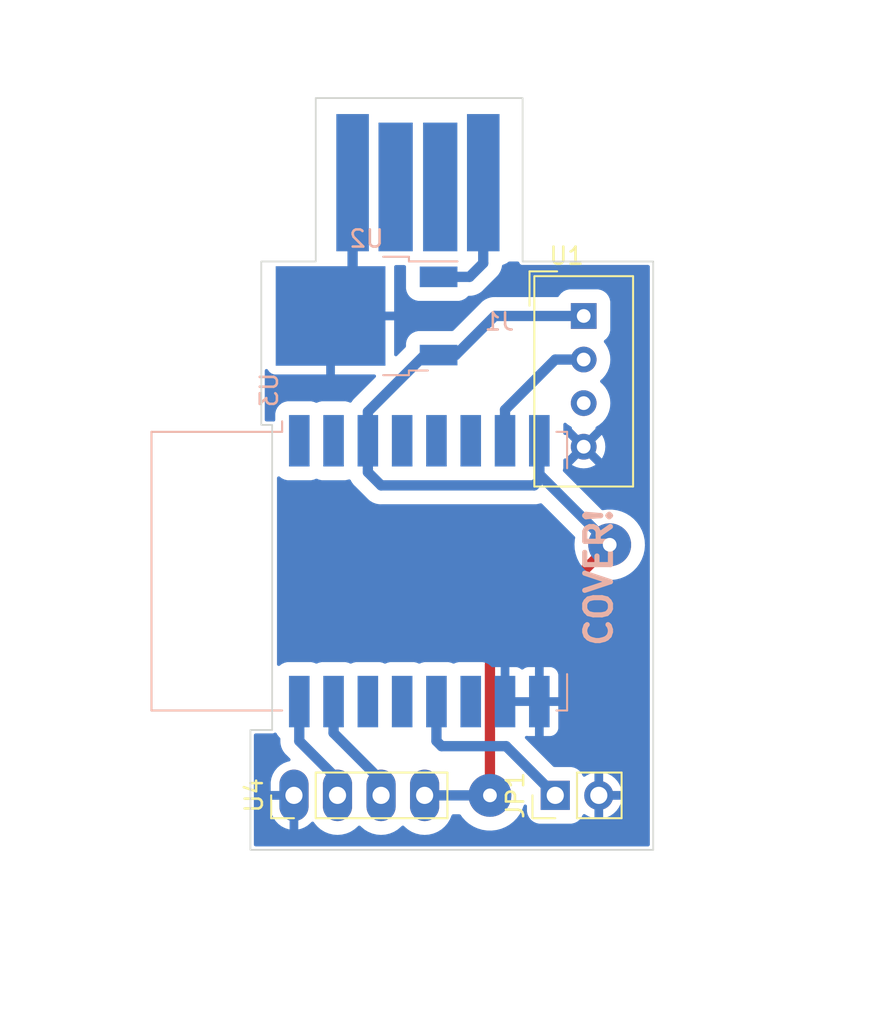
<source format=kicad_pcb>
(kicad_pcb (version 20211014) (generator pcbnew)
  (layers (0 "F.Cu" signal) (31 "B.Cu" signal) (34 "B.Paste" user) (35 "F.Paste" user) (36 "B.SilkS" user "B.Silkscreen") (37 "F.SilkS" user "F.Silkscreen") (38 "B.Mask" user) (39 "F.Mask" user) (44 "Edge.Cuts" user))
  (net 0 "")
  (net 1 "GND")
  (net 2 "+3V3")
  (net 12 "RX")
  (net 13 "TX")
  (net 14 "+5V")
  (net 16 "Net-(JP1-Pad1)")
  (net 18 "TEMP")
  (footprint "Connector_PinHeader_2.54mm:PinHeader_1x02_P2.54mm_Vertical" (layer "F.Cu") (at 184.15 81.28 90)
    (fp_text reference "JP1" (at 0 -2.33 90) (layer "F.SilkS"))
    (fp_text value "PROG")
    (fp_line (start -1.33 0) (end -1.33 -1.33) (layer "F.SilkS") (width 0.12))
    (fp_line (start -1.33 -1.33) (end 0 -1.33) (layer "F.SilkS") (width 0.12))
    (fp_line (start -1.33 3.87) (end 1.33 3.87) (layer "F.SilkS") (width 0.12))
    (fp_line (start 1.33 1.27) (end 1.33 3.87) (layer "F.SilkS") (width 0.12))
    (fp_line (start -1.33 1.27) (end -1.33 3.87) (layer "F.SilkS") (width 0.12))
    (fp_line (start -1.33 1.27) (end 1.33 1.27) (layer "F.SilkS") (width 0.12))
    (pad "1" thru_hole rect (at 0 0 90) (size 1.7 1.7) (drill 1) (layers *.Cu *.Mask) (net 16 "Net-(JP1-Pad1)"))
    (pad "2" thru_hole oval (at 0 2.54 90) (size 1.7 1.7) (drill 1) (layers *.Cu *.Mask) (net 1 "GND"))
  )
  (footprint "Connector_PinHeader_2.54mm:PinHeader_1x04_P2.54mm_Vertical" (layer "F.Cu") (at 168.91 81.28 90)
    (fp_text reference "U4" (at 0 -2.33 90) (layer "F.SilkS"))
    (fp_text value "TTL")
    (fp_line (start -1.33 -1.33) (end 0 -1.33) (layer "F.SilkS") (width 0.12))
    (fp_line (start -1.33 0) (end -1.33 -1.33) (layer "F.SilkS") (width 0.12))
    (fp_line (start -1.33 8.95) (end 1.33 8.95) (layer "F.SilkS") (width 0.12))
    (fp_line (start -1.33 1.27) (end 1.33 1.27) (layer "F.SilkS") (width 0.12))
    (fp_line (start 1.33 1.27) (end 1.33 8.95) (layer "F.SilkS") (width 0.12))
    (fp_line (start -1.33 1.27) (end -1.33 8.95) (layer "F.SilkS") (width 0.12))
    (pad "1" thru_hole oval (at 0 0 90) (size 3 1.7) (drill 1) (layers *.Cu *.Mask) (net 1 "GND"))
    (pad "2" thru_hole oval (at 0 2.54 90) (size 3 1.7) (drill 1) (layers *.Cu *.Mask) (net 13 "TX"))
    (pad "3" thru_hole oval (at 0 5.08 90) (size 3 1.7) (drill 1) (layers *.Cu *.Mask) (net 12 "RX"))
    (pad "4" thru_hole oval (at 0 7.62 90) (size 3 1.7) (drill 1) (layers *.Cu *.Mask) (net 2 "+3V3"))
  )
  (footprint "Sensor:Aosong_DHT11_5.5x12.0_P2.54mm" (layer "F.Cu") (at 185.808644 53.339999)
    (fp_text reference "U1" (at -1 -3.5) (layer "F.SilkS"))
    (fp_text value "DHT11")
    (fp_line (start 2.88 -2.32) (end 2.88 9.94) (layer "F.SilkS") (width 0.12))
    (fp_line (start 2.88 9.94) (end -2.88 9.94) (layer "F.SilkS") (width 0.12))
    (fp_line (start -2.87 -2.32) (end 2.87 -2.32) (layer "F.SilkS") (width 0.12))
    (fp_line (start -3.16 -2.6) (end -1.55 -2.6) (layer "F.SilkS") (width 0.12))
    (fp_line (start -2.88 9.94) (end -2.88 -2.31) (layer "F.SilkS") (width 0.12))
    (fp_line (start -3.16 -2.6) (end -3.16 -0.6) (layer "F.SilkS") (width 0.12))
    (pad "1" thru_hole rect (at 0 0) (size 1.5 1.5) (drill 0.8) (layers *.Cu *.Mask) (net 2 "+3V3"))
    (pad "2" thru_hole circle (at 0 2.54) (size 1.5 1.5) (drill 0.8) (layers *.Cu *.Mask) (net 18 "TEMP"))
    (pad "3" thru_hole circle (at 0 5.08) (size 1.5 1.5) (drill 0.8) (layers *.Cu *.Mask))
    (pad "4" thru_hole circle (at 0 7.62) (size 1.5 1.5) (drill 0.8) (layers *.Cu *.Mask) (net 1 "GND"))
  )
  (footprint "Package_TO_SOT_SMD:TO-252-2" (layer "B.Cu") (at 173.145 53.34 180)
    (fp_text reference "U2" (at 0 4.5) (layer "B.SilkS") (effects (justify mirror)))
    (fp_text value "UA78M33_TO252")
    (fp_line (start -2.47 -3.18) (end -3.57 -3.18) (layer "B.SilkS") (width 0.12))
    (fp_line (start -2.47 -3.45) (end -2.47 -3.18) (layer "B.SilkS") (width 0.12))
    (fp_line (start -0.97 -3.45) (end -2.47 -3.45) (layer "B.SilkS") (width 0.12))
    (fp_line (start -0.97 3.45) (end -2.47 3.45) (layer "B.SilkS") (width 0.12))
    (fp_line (start -2.47 3.18) (end -5.3 3.18) (layer "B.SilkS") (width 0.12))
    (fp_line (start -2.47 3.45) (end -2.47 3.18) (layer "B.SilkS") (width 0.12))
    (pad "1" smd rect (at -4.2 2.28 180) (size 2.2 1.2) (layers "B.Cu" "B.Paste" "B.Mask") (net 14 "+5V"))
    (pad "2" smd rect (at 2.1 0 180) (size 6.4 5.8) (layers "B.Cu" "B.Mask") (net 1 "GND"))
    (pad "3" smd rect (at -4.2 -2.28 180) (size 2.2 1.2) (layers "B.Cu" "B.Paste" "B.Mask") (net 2 "+3V3"))
  )
  (footprint "usb-a-pcb:usb-a-pcb" (layer "B.Cu") (at 182.139546 52.671748 180)
    (fp_text reference "J1" hide)
    (fp_text value "USB_A" hide)
    (fp_text user "${REFERENCE}" (at 1.25 -1) (layer "B.SilkS") (effects (justify mirror)))
    (pad "1" connect rect (at 2.19 7.1) (size 1.9 8) (layers "B.Cu" "B.Mask") (net 14 "+5V"))
    (pad "2" connect rect (at 4.7 6.85) (size 2 7.5) (layers "B.Cu" "B.Mask"))
    (pad "3" connect rect (at 7.3 6.85) (size 2 7.5) (layers "B.Cu" "B.Mask"))
    (pad "4" connect rect (at 9.81 7.1) (size 1.9 8) (layers "B.Cu" "B.Mask") (net 1 "GND"))
  )
  (footprint "RF_Module:ESP-12E" (layer "B.Cu") (at 172.72 68.213352 -90)
    (fp_text reference "U3" (at -10.56 5.26 90) (layer "B.SilkS") (effects (justify mirror)))
    (fp_text value "ESP-12E")
    (fp_line (start -8.12 12.12) (end 8.12 12.12) (layer "B.SilkS") (width 0.12))
    (fp_line (start 8.12 12.12) (end 8.12 4.5) (layer "B.SilkS") (width 0.12))
    (fp_line (start 8.12 -12.12) (end 6 -12.12) (layer "B.SilkS") (width 0.12))
    (fp_line (start -8.12 4.5) (end -8.12 12.12) (layer "B.SilkS") (width 0.12))
    (fp_line (start -8.12 -12.12) (end -8.12 -11.5) (layer "B.SilkS") (width 0.12))
    (fp_line (start -8.12 4.5) (end -8.73 4.5) (layer "B.SilkS") (width 0.12))
    (fp_line (start 8.12 -11.5) (end 8.12 -12.12) (layer "B.SilkS") (width 0.12))
    (fp_line (start -6 -12.12) (end -8.12 -12.12) (layer "B.SilkS") (width 0.12))
    (pad "1" smd rect (at -7.6 3.5 270) (size 3 1.2) (layers "B.Cu" "B.Paste" "B.Mask"))
    (pad "2" smd rect (at -7.6 1.5 270) (size 3 1.2) (layers "B.Cu" "B.Paste" "B.Mask"))
    (pad "3" smd rect (at -7.6 -0.5 270) (size 3 1.2) (layers "B.Cu" "B.Paste" "B.Mask") (net 2 "+3V3"))
    (pad "4" smd rect (at -7.6 -2.5 270) (size 3 1.2) (layers "B.Cu" "B.Paste" "B.Mask"))
    (pad "5" smd rect (at -7.6 -4.5 270) (size 3 1.2) (layers "B.Cu" "B.Paste" "B.Mask"))
    (pad "6" smd rect (at -7.6 -6.5 270) (size 3 1.2) (layers "B.Cu" "B.Paste" "B.Mask"))
    (pad "7" smd rect (at -7.6 -8.5 270) (size 3 1.2) (layers "B.Cu" "B.Paste" "B.Mask") (net 18 "TEMP"))
    (pad "8" smd rect (at -7.6 -10.5 270) (size 3 1.2) (layers "B.Cu" "B.Paste" "B.Mask") (net 2 "+3V3"))
    (pad "15" smd rect (at 7.6 -10.5 270) (size 3 1.2) (layers "B.Cu" "B.Paste" "B.Mask") (net 1 "GND"))
    (pad "16" smd rect (at 7.6 -8.5 270) (size 3 1.2) (layers "B.Cu" "B.Paste" "B.Mask") (net 1 "GND"))
    (pad "17" smd rect (at 7.6 -6.5 270) (size 3 1.2) (layers "B.Cu" "B.Paste" "B.Mask"))
    (pad "18" smd rect (at 7.6 -4.5 270) (size 3 1.2) (layers "B.Cu" "B.Paste" "B.Mask") (net 16 "Net-(JP1-Pad1)"))
    (pad "19" smd rect (at 7.6 -2.5 270) (size 3 1.2) (layers "B.Cu" "B.Paste" "B.Mask"))
    (pad "20" smd rect (at 7.6 -0.5 270) (size 3 1.2) (layers "B.Cu" "B.Paste" "B.Mask"))
    (pad "21" smd rect (at 7.6 1.5 270) (size 3 1.2) (layers "B.Cu" "B.Paste" "B.Mask") (net 12 "RX"))
    (pad "22" smd rect (at 7.6 3.5 270) (size 3 1.2) (layers "B.Cu" "B.Paste" "B.Mask") (net 13 "TX"))
    (zone (net 0) (net_name "") (layers *.Cu) (connect_pads (clearance 0)) (min_thickness 0.254)
      (keepout (tracks not_allowed) (vias not_allowed) (pads not_allowed) (copperpour not_allowed) (footprints not_allowed))
      (fill (thermal_gap 0.508) (thermal_bridge_width 0.508))
      (polygon (pts (xy 167.92 60.093352) (xy 167.92 76.333352) (xy 160.6 76.333352) (xy 160.6 60.093352)))
    )
  )
  (gr_poly (pts (xy 182.245 50.165) (xy 189.865 50.165) (xy 189.865 84.455) (xy 166.37 84.455) (xy 166.37 77.47) (xy 167.64 77.47) (xy 167.64 59.69) (xy 167.005 59.69) (xy 167.005 50.165) (xy 170.18 50.165) (xy 170.18 40.64) (xy 182.245 40.64)) (layer "Edge.Cuts") (width 0.1) (fill none))
  (gr_text "COVER!" (at 186.69 68.58 -270) (layer "B.SilkS") (effects (font (size 1.5 1.5) (thickness 0.3))))
  (segment (start 172.329546 52.055454) (end 171.045 53.34) (width 0.6) (layer "B.Cu") (net 1))
  (segment (start 172.329546 45.571748) (end 172.329546 52.055454) (width 0.6) (layer "B.Cu") (net 1))
  (segment (start 180.34 73.66) (end 187.325 66.675) (width 0.6) (layer "F.Cu") (net 2))
  (segment (start 180.34 81.28) (end 180.34 73.66) (width 0.6) (layer "F.Cu") (net 2))
  (via (at 187.325 66.675) (size 2.5) (drill 0.8) (layers "F.Cu" "B.Cu") (net 2))
  (via (at 180.34 81.28) (size 2.5) (drill 0.8) (layers "F.Cu" "B.Cu") (net 2))
  (segment (start 173.22 62.443352) (end 173.99 63.213352) (width 0.6) (layer "B.Cu") (net 2))
  (segment (start 173.22 60.613352) (end 173.22 58.923178) (width 0.6) (layer "B.Cu") (net 2))
  (segment (start 173.22 58.923178) (end 176.523178 55.62) (width 0.6) (layer "B.Cu") (net 2))
  (segment (start 183.22 62.57) (end 187.325 66.675) (width 0.6) (layer "B.Cu") (net 2))
  (segment (start 178.3375 55.62) (end 180.617501 53.339999) (width 0.6) (layer "B.Cu") (net 2))
  (segment (start 173.22 60.613352) (end 173.22 62.443352) (width 0.6) (layer "B.Cu") (net 2))
  (segment (start 176.523178 55.62) (end 177.345 55.62) (width 0.6) (layer "B.Cu") (net 2))
  (segment (start 176.53 81.28) (end 180.34 81.28) (width 0.6) (layer "B.Cu") (net 2))
  (segment (start 183.22 60.613352) (end 183.22 62.57) (width 0.6) (layer "B.Cu") (net 2))
  (segment (start 183.22 62.913352) (end 183.22 60.613352) (width 0.6) (layer "B.Cu") (net 2))
  (segment (start 177.345 55.62) (end 178.3375 55.62) (width 0.6) (layer "B.Cu") (net 2))
  (segment (start 173.99 63.213352) (end 182.92 63.213352) (width 0.6) (layer "B.Cu") (net 2))
  (segment (start 182.92 63.213352) (end 183.22 62.913352) (width 0.6) (layer "B.Cu") (net 2))
  (segment (start 180.617501 53.339999) (end 185.987255 53.339999) (width 0.6) (layer "B.Cu") (net 2))
  (segment (start 173.99 80.412284) (end 173.99 81.28) (width 0.6) (layer "B.Cu") (net 12))
  (segment (start 171.22 75.813352) (end 171.22 77.642284) (width 0.6) (layer "B.Cu") (net 12))
  (segment (start 171.22 77.642284) (end 173.99 80.412284) (width 0.6) (layer "B.Cu") (net 12))
  (segment (start 169.22 78.113352) (end 171.45 80.343352) (width 0.6) (layer "B.Cu") (net 13))
  (segment (start 169.22 75.813352) (end 169.22 78.113352) (width 0.6) (layer "B.Cu") (net 13))
  (segment (start 171.45 80.343352) (end 171.45 81.28) (width 0.6) (layer "B.Cu") (net 13))
  (segment (start 179.949546 45.571748) (end 179.949546 50.261748) (width 0.6) (layer "B.Cu") (net 14))
  (segment (start 179.151294 51.06) (end 177.345 51.06) (width 0.6) (layer "B.Cu") (net 14))
  (segment (start 179.949546 50.261748) (end 179.151294 51.06) (width 0.6) (layer "B.Cu") (net 14))
  (segment (start 181.283352 78.413352) (end 184.15 81.28) (width 0.6) (layer "B.Cu") (net 16))
  (segment (start 177.22 75.813352) (end 177.22 78.113352) (width 0.6) (layer "B.Cu") (net 16))
  (segment (start 177.52 78.413352) (end 181.283352 78.413352) (width 0.6) (layer "B.Cu") (net 16))
  (segment (start 177.22 78.113352) (end 177.52 78.413352) (width 0.6) (layer "B.Cu") (net 16))
  (segment (start 181.22 60.613352) (end 181.22 58.81) (width 0.6) (layer "B.Cu") (net 18))
  (segment (start 181.22 58.81) (end 184.150001 55.879999) (width 0.6) (layer "B.Cu") (net 18))
  (segment (start 184.150001 55.879999) (end 185.987255 55.879999) (width 0.6) (layer "B.Cu") (net 18))
  (zone (net 0) (net_name "") (layers F&B.Cu) (connect_pads (clearance 0)) (min_thickness 0.254)
    (keepout (tracks allowed) (vias not_allowed) (pads not_allowed) (copperpour not_allowed) (footprints allowed))
    (fill (thermal_gap 0.508) (thermal_bridge_width 0.508))
    (polygon (pts (xy 184.15 50.165) (xy 170.18 50.165) (xy 170.18 40.64) (xy 184.15 40.64)))
  )
  (zone (net 1) (net_name "GND") (layer "B.Cu") (connect_pads (clearance 0.2)) (min_thickness 0.2) (fill yes (thermal_gap 0.508) (thermal_bridge_width 0.508))
    (polygon (pts (xy 202.565 94.615) (xy 151.765 94.615) (xy 151.765 34.925) (xy 202.565 34.925)))
  )
)
</source>
